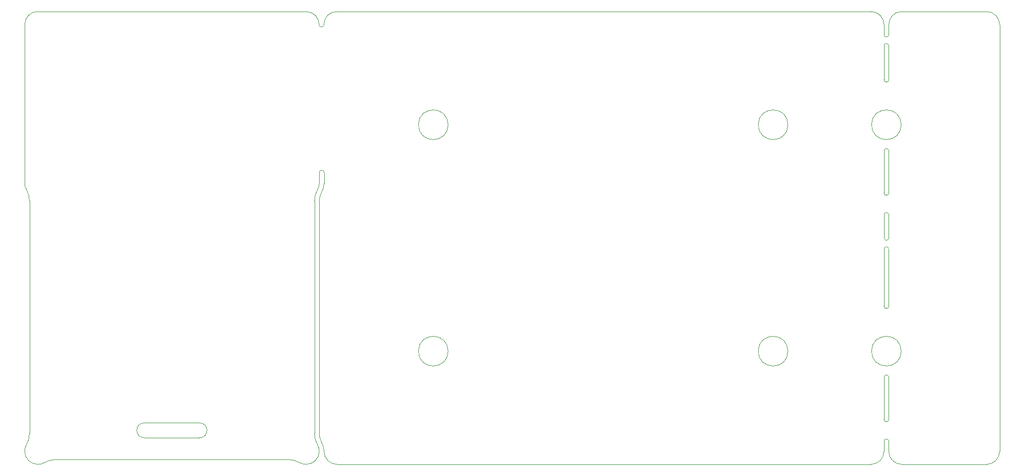
<source format=gbr>
%TF.GenerationSoftware,KiCad,Pcbnew,9.0.5-9.0.5~ubuntu24.04.1*%
%TF.CreationDate,2025-10-31T15:41:01+08:00*%
%TF.ProjectId,TPS,5450532e-6b69-4636-9164-5f7063625858,rev?*%
%TF.SameCoordinates,Original*%
%TF.FileFunction,Profile,NP*%
%FSLAX46Y46*%
G04 Gerber Fmt 4.6, Leading zero omitted, Abs format (unit mm)*
G04 Created by KiCad (PCBNEW 9.0.5-9.0.5~ubuntu24.04.1) date 2025-10-31 15:41:01*
%MOMM*%
%LPD*%
G01*
G04 APERTURE LIST*
%TA.AperFunction,Profile*%
%ADD10C,0.100000*%
%TD*%
G04 APERTURE END LIST*
D10*
X58568000Y-98222000D02*
X67871000Y-98222000D01*
X183775000Y-101320000D02*
X183775000Y-103000000D01*
X182975000Y-90550000D02*
G75*
G02*
X183775000Y-90550000I400000J0D01*
G01*
X38461000Y-103000000D02*
G75*
G02*
X38755349Y-101900684I2200000J0D01*
G01*
X85800000Y-105200000D02*
G75*
G02*
X84700684Y-104905651I0J2200000D01*
G01*
X41760316Y-104905651D02*
G75*
G02*
X40661000Y-105200000I-1099316J1905651D01*
G01*
X182975000Y-34780000D02*
X182975000Y-40480000D01*
X38755579Y-58960183D02*
G75*
G02*
X39264000Y-60859000I-3291579J-1898817D01*
G01*
X41760183Y-104905421D02*
G75*
G02*
X43659000Y-104397000I1898817J-3291579D01*
G01*
X185875000Y-48050000D02*
G75*
G02*
X180875000Y-48050000I-2500000J0D01*
G01*
X180875000Y-48050000D02*
G75*
G02*
X185875000Y-48050000I2500000J0D01*
G01*
X200225000Y-105200000D02*
X185975000Y-105200000D01*
X185975000Y-105200000D02*
G75*
G02*
X183775000Y-103000000I0J2200000D01*
G01*
X200225000Y-29000000D02*
G75*
G02*
X202425000Y-31200000I0J-2200000D01*
G01*
X109675000Y-48050000D02*
G75*
G02*
X104675000Y-48050000I-2500000J0D01*
G01*
X104675000Y-48050000D02*
G75*
G02*
X109675000Y-48050000I2500000J0D01*
G01*
X82802000Y-104397000D02*
X43659000Y-104397000D01*
X87997114Y-60884300D02*
X87997114Y-100001667D01*
X38461000Y-31200000D02*
G75*
G02*
X40661000Y-29000000I2200000J0D01*
G01*
X87997114Y-60884333D02*
G75*
G02*
X88398544Y-59385159I2999986J33D01*
G01*
X182975000Y-63220000D02*
G75*
G02*
X183775000Y-63220000I400000J0D01*
G01*
X109675000Y-86150000D02*
G75*
G02*
X104675000Y-86150000I-2500000J0D01*
G01*
X104675000Y-86150000D02*
G75*
G02*
X109675000Y-86150000I2500000J0D01*
G01*
X38755349Y-58960316D02*
G75*
G02*
X38461000Y-57861000I1905651J1099316D01*
G01*
X85775000Y-29000000D02*
X40661000Y-29000000D01*
X88398557Y-101500834D02*
G75*
G02*
X87997129Y-100001667I2598543J1499134D01*
G01*
X183775000Y-59530000D02*
G75*
G02*
X182975000Y-59530000I-400000J0D01*
G01*
X88775000Y-31200000D02*
G75*
G02*
X90975000Y-29000000I2200000J0D01*
G01*
X85775000Y-29000000D02*
G75*
G02*
X87975000Y-31200000I0J-2200000D01*
G01*
X183775000Y-32880000D02*
G75*
G02*
X182975000Y-32880000I-400000J0D01*
G01*
X183775000Y-90550000D02*
X183775000Y-97630000D01*
X182975000Y-101320000D02*
X182975000Y-103000000D01*
X183775000Y-31200000D02*
G75*
G02*
X185975000Y-29000000I2200000J0D01*
G01*
X202425000Y-103000000D02*
X202425000Y-31200000D01*
X183775000Y-40480000D02*
G75*
G02*
X182975000Y-40480000I-400000J0D01*
G01*
X183775000Y-52450000D02*
X183775000Y-59530000D01*
X88800000Y-56086000D02*
X88800000Y-57886000D01*
X166825000Y-48050000D02*
G75*
G02*
X161825000Y-48050000I-2500000J0D01*
G01*
X161825000Y-48050000D02*
G75*
G02*
X166825000Y-48050000I2500000J0D01*
G01*
X87705651Y-101900684D02*
G75*
G02*
X88000000Y-103000000I-1905651J-1099316D01*
G01*
X182975000Y-69000000D02*
G75*
G02*
X183775000Y-69000000I400000J0D01*
G01*
X88398557Y-101500833D02*
G75*
G02*
X88800000Y-103000000I-2598557J-1499167D01*
G01*
X39264000Y-100002000D02*
X39264000Y-60859000D01*
X88000000Y-103000000D02*
G75*
G02*
X85800000Y-105200000I-2200000J0D01*
G01*
X182975000Y-69000000D02*
X182975000Y-78580000D01*
X40661000Y-105200000D02*
G75*
G02*
X38461000Y-103000000I0J2200000D01*
G01*
X88000000Y-57886000D02*
G75*
G02*
X87705651Y-58985316I-2200000J0D01*
G01*
X91000000Y-105200000D02*
G75*
G02*
X88800000Y-103000000I0J2200000D01*
G01*
X185875000Y-86150000D02*
G75*
G02*
X180875000Y-86150000I-2500000J0D01*
G01*
X180875000Y-86150000D02*
G75*
G02*
X185875000Y-86150000I2500000J0D01*
G01*
X67871000Y-98222000D02*
G75*
G02*
X67871000Y-100722000I0J-1250000D01*
G01*
X88000000Y-56086000D02*
X88000000Y-57886000D01*
X88000000Y-56086000D02*
G75*
G02*
X88800000Y-56086000I400000J0D01*
G01*
X67871000Y-100722000D02*
X58568000Y-100722000D01*
X182975000Y-63220000D02*
X182975000Y-67100000D01*
X202425000Y-103000000D02*
G75*
G02*
X200225000Y-105200000I-2200000J0D01*
G01*
X183775000Y-34780000D02*
X183775000Y-40480000D01*
X183775000Y-67100000D02*
G75*
G02*
X182975000Y-67100000I-400000J0D01*
G01*
X183775000Y-63220000D02*
X183775000Y-67100000D01*
X82802000Y-104397000D02*
G75*
G02*
X84700817Y-104905421I0J-3800000D01*
G01*
X58568000Y-100722000D02*
G75*
G02*
X58568000Y-98222000I0J1250000D01*
G01*
X87197000Y-100002000D02*
X87197000Y-60884000D01*
X182975000Y-32880000D02*
X182975000Y-31200000D01*
X180775000Y-29000000D02*
G75*
G02*
X182975000Y-31200000I0J-2200000D01*
G01*
X182975000Y-34780000D02*
G75*
G02*
X183775000Y-34780000I400000J0D01*
G01*
X87705421Y-101900817D02*
G75*
G02*
X87197000Y-100002000I3291579J1898817D01*
G01*
X183775000Y-97630000D02*
G75*
G02*
X182975000Y-97630000I-400000J0D01*
G01*
X88800000Y-57886000D02*
G75*
G02*
X88398557Y-59385167I-3000000J0D01*
G01*
X200225000Y-29000000D02*
X185975000Y-29000000D01*
X39264000Y-100002000D02*
G75*
G02*
X38755579Y-101900817I-3800000J0D01*
G01*
X38461000Y-31200000D02*
X38461000Y-57861000D01*
X88775000Y-31200000D02*
G75*
G02*
X87975000Y-31200000I-400000J0D01*
G01*
X183775000Y-78580000D02*
G75*
G02*
X182975000Y-78580000I-400000J0D01*
G01*
X182975000Y-101320000D02*
G75*
G02*
X183775000Y-101320000I400000J0D01*
G01*
X180775000Y-29000000D02*
X90975000Y-29000000D01*
X87197000Y-60884000D02*
G75*
G02*
X87705421Y-58985183I3800000J0D01*
G01*
X182975000Y-52450000D02*
G75*
G02*
X183775000Y-52450000I400000J0D01*
G01*
X182975000Y-52450000D02*
X182975000Y-59530000D01*
X183775000Y-32880000D02*
X183775000Y-31200000D01*
X182975000Y-103000000D02*
G75*
G02*
X180775000Y-105200000I-2200000J0D01*
G01*
X182975000Y-90550000D02*
X182975000Y-97630000D01*
X183775000Y-69000000D02*
X183775000Y-78580000D01*
X166825000Y-86150000D02*
G75*
G02*
X161825000Y-86150000I-2500000J0D01*
G01*
X161825000Y-86150000D02*
G75*
G02*
X166825000Y-86150000I2500000J0D01*
G01*
X180775000Y-105200000D02*
X91000000Y-105200000D01*
M02*

</source>
